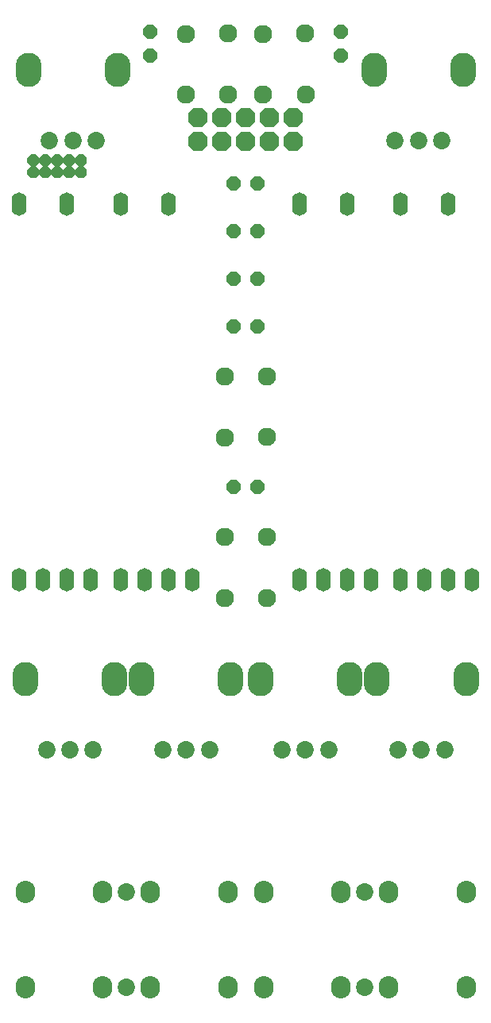
<source format=gbs>
G04 DipTrace 4.1.1.0*
G04 alps_final1.GBS*
%MOIN*%
G04 #@! TF.FileFunction,Soldermask,Bot*
G04 #@! TF.Part,Single*
%AMOUTLINE1*
4,1,8,
-0.025,-0.010355,
-0.010355,-0.025,
0.010355,-0.025,
0.025,-0.010355,
0.025,0.010355,
0.010355,0.025,
-0.010355,0.025,
-0.025,0.010355,
-0.025,-0.010355,
0*%
%AMOUTLINE4*
4,1,8,
0.041,0.016982,
0.016982,0.041,
-0.016982,0.041,
-0.041,0.016982,
-0.041,-0.016982,
-0.016982,-0.041,
0.016982,-0.041,
0.041,-0.016982,
0.041,0.016982,
0*%
%AMOUTLINE7*
4,1,8,
0.03,-0.012426,
0.012426,-0.03,
-0.012426,-0.03,
-0.03,-0.012426,
-0.03,0.012426,
-0.012426,0.03,
0.012426,0.03,
0.03,0.012426,
0.03,-0.012426,
0*%
%AMOUTLINE10*
4,1,8,
-0.012426,-0.03,
-0.03,-0.012426,
-0.03,0.012426,
-0.012426,0.03,
0.012426,0.03,
0.03,0.012426,
0.03,-0.012426,
0.012426,-0.03,
-0.012426,-0.03,
0*%
%ADD60O,0.063X0.098*%
%ADD66C,0.077*%
%ADD68O,0.108X0.143*%
%ADD76C,0.073*%
%ADD78O,0.083X0.093*%
%ADD106OUTLINE1*%
%ADD109OUTLINE4*%
%ADD112OUTLINE7*%
%ADD115OUTLINE10*%
%FSLAX26Y26*%
G04*
G70*
G90*
G75*
G01*
G04 BotMask*
%LPD*%
D78*
X1988488Y594000D3*
X2313488D3*
D76*
X1888488D3*
D78*
X988490D3*
X1313490D3*
D76*
X888490D3*
D78*
X1787488D3*
X1462488D3*
D76*
X1887488D3*
D78*
X787490D3*
X462490D3*
D76*
X887490D3*
D78*
X1988488Y994001D3*
X2313488Y994006D3*
D76*
X1888488Y993999D3*
D78*
X1787488Y994000D3*
X1462488Y993992D3*
D76*
X1887488Y994003D3*
D78*
X988488Y994001D3*
X1313488Y994006D3*
D76*
X888488Y993999D3*
D78*
X787488Y994000D3*
X462488Y993992D3*
D76*
X887488Y994003D3*
D106*
X698718Y4063825D3*
Y4013827D3*
X648718Y4063825D3*
Y4013827D3*
X598718Y4063825D3*
Y4013827D3*
X548718Y4063825D3*
Y4013827D3*
X498718Y4063825D3*
Y4013827D3*
D109*
X1187988Y4145804D3*
Y4245804D3*
X1287988Y4145804D3*
Y4245804D3*
X1387988Y4145804D3*
Y4245804D3*
X1487988Y4145804D3*
Y4245804D3*
X1587988Y4145804D3*
Y4245804D3*
D112*
X1337988Y2694000D3*
X1437988D3*
X1337988Y3969000D3*
X1437988D3*
X1337988Y3769000D3*
X1437988D3*
X1337988Y3569000D3*
X1437988D3*
X1337988Y3369000D3*
X1437988D3*
D115*
X987988Y4606500D3*
Y4506500D3*
X1787988Y4606500D3*
Y4506500D3*
D76*
X2223488Y1592751D3*
X2125488Y1592475D3*
X2027488Y1592751D3*
D68*
X1938488Y1887751D3*
X2312488D3*
D76*
X1735988Y1592751D3*
X1637988Y1592475D3*
X1539988Y1592751D3*
D68*
X1450988Y1887751D3*
X1824988D3*
D76*
X1235988Y1592751D3*
X1137988Y1592475D3*
X1039988Y1592751D3*
D68*
X950988Y1887751D3*
X1324988D3*
D76*
X748488Y1592751D3*
X650488Y1592475D3*
X552488Y1592751D3*
D68*
X463488Y1887751D3*
X837488D3*
D76*
X760988Y4149000D3*
X662988Y4148724D3*
X564988Y4149000D3*
D68*
X475988Y4444000D3*
X849988D3*
D66*
X1299194Y2484307D3*
X1476361Y2484600D3*
X1476782Y2228694D3*
X1299199Y2228353D3*
X1476782Y2903693D3*
X1299615Y2903400D3*
X1299194Y3159306D3*
X1476777Y3159647D3*
X1461694Y4596807D3*
X1638861Y4597100D3*
X1639282Y4341194D3*
X1461699Y4340853D3*
X1136694Y4596807D3*
X1313861Y4597100D3*
X1314282Y4341194D3*
X1136699Y4340853D3*
D76*
X2210988Y4149000D3*
X2112988Y4148724D3*
X2014988Y4149000D3*
D68*
X1925988Y4444000D3*
X2299988D3*
D60*
X2237988Y2306598D3*
X2337988D3*
X2237988Y3881402D3*
X2137988Y2306598D3*
X2037988Y3881402D3*
Y2306598D3*
X1812988D3*
X1912988D3*
X1812988Y3881402D3*
X1712988Y2306598D3*
X1612988Y3881402D3*
Y2306598D3*
X1062988D3*
X1162988D3*
X1062988Y3881402D3*
X962988Y2306598D3*
X862988Y3881402D3*
Y2306598D3*
X637988D3*
X737988D3*
X637988Y3881402D3*
X537988Y2306598D3*
X437988Y3881402D3*
Y2306598D3*
M02*

</source>
